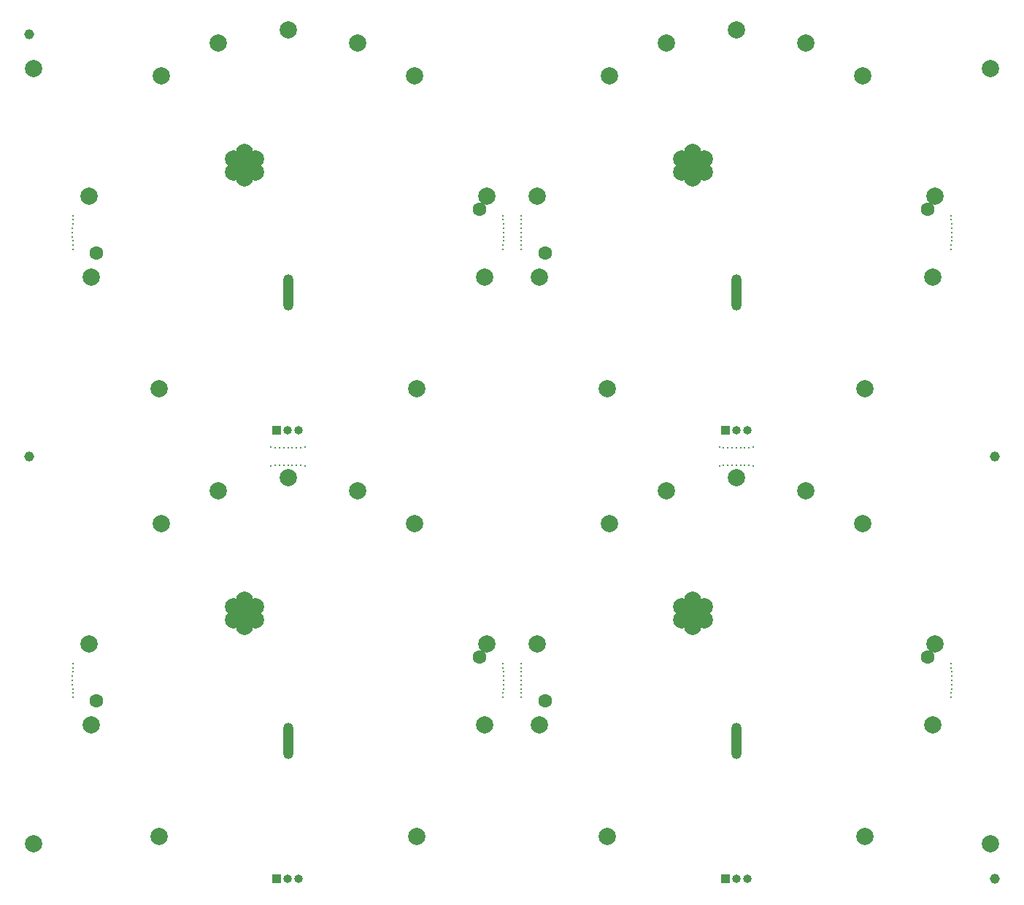
<source format=gbs>
%TF.GenerationSoftware,KiCad,Pcbnew,9.0.0*%
%TF.CreationDate,2025-02-27T10:20:03-06:00*%
%TF.ProjectId,reverse-panel,72657665-7273-4652-9d70-616e656c2e6b,rev?*%
%TF.SameCoordinates,Original*%
%TF.FileFunction,Soldermask,Bot*%
%TF.FilePolarity,Negative*%
%FSLAX46Y46*%
G04 Gerber Fmt 4.6, Leading zero omitted, Abs format (unit mm)*
G04 Created by KiCad (PCBNEW 9.0.0) date 2025-02-27 10:20:03*
%MOMM*%
%LPD*%
G01*
G04 APERTURE LIST*
%ADD10C,2.000000*%
%ADD11C,1.152000*%
%ADD12C,0.300000*%
%ADD13C,1.600000*%
%ADD14R,1.000000X1.000000*%
%ADD15O,1.000000X1.000000*%
%ADD16O,1.200000X4.200000*%
G04 APERTURE END LIST*
D10*
%TO.C,*%
X20500000Y-31000000D03*
%TD*%
%TO.C,*%
X20500000Y-121000000D03*
%TD*%
%TO.C,*%
X131500000Y-121000000D03*
%TD*%
%TO.C,*%
X131500000Y-31000000D03*
%TD*%
D11*
%TO.C,*%
X132000000Y-76000000D03*
%TD*%
%TO.C,*%
X20000000Y-76000000D03*
%TD*%
%TO.C,*%
X132000000Y-125000000D03*
%TD*%
%TO.C,*%
X20000000Y-27000000D03*
%TD*%
D10*
%TO.C,stitch1*%
X78924000Y-97758000D03*
%TD*%
D12*
%TO.C,*%
X77043360Y-51471770D03*
%TD*%
D10*
%TO.C,stitch1*%
X26924000Y-45758000D03*
%TD*%
%TO.C,stitch1*%
X64948000Y-120110000D03*
%TD*%
D12*
%TO.C,*%
X126918129Y-103961100D03*
%TD*%
%TO.C,*%
X74918129Y-51961100D03*
%TD*%
%TO.C,*%
X74995181Y-50490842D03*
%TD*%
D10*
%TO.C,stitch1*%
X41910000Y-27978000D03*
%TD*%
D12*
%TO.C,*%
X49509158Y-74995181D03*
%TD*%
%TO.C,*%
X25043360Y-51471770D03*
%TD*%
%TO.C,*%
X126995181Y-102490842D03*
%TD*%
%TO.C,*%
X100528230Y-77043360D03*
%TD*%
%TO.C,*%
X77043360Y-103471770D03*
%TD*%
%TO.C,*%
X74918129Y-48038901D03*
%TD*%
D10*
%TO.C,stitch1*%
X26924000Y-97758000D03*
%TD*%
D12*
%TO.C,*%
X77024090Y-102981319D03*
%TD*%
%TO.C,*%
X102490842Y-77004819D03*
%TD*%
%TO.C,*%
X74995181Y-49509158D03*
%TD*%
D10*
%TO.C,through-r3*%
X98257038Y-93452000D03*
%TD*%
D13*
%TO.C,align-r1*%
X27800000Y-104400000D03*
%TD*%
D12*
%TO.C,*%
X77004819Y-101509158D03*
%TD*%
%TO.C,*%
X126975911Y-102981293D03*
%TD*%
D14*
%TO.C,J1*%
X48725000Y-73000000D03*
D15*
X49995001Y-73000000D03*
X51265000Y-73000000D03*
%TD*%
D12*
%TO.C,*%
X103471770Y-77043360D03*
%TD*%
%TO.C,*%
X25004819Y-50000000D03*
%TD*%
%TO.C,*%
X77004819Y-50000000D03*
%TD*%
%TO.C,*%
X50490842Y-77004819D03*
%TD*%
D10*
%TO.C,stitch1*%
X27178000Y-55156000D03*
%TD*%
D12*
%TO.C,*%
X51471770Y-77043360D03*
%TD*%
%TO.C,*%
X74956640Y-100528230D03*
%TD*%
%TO.C,*%
X74918129Y-103961100D03*
%TD*%
%TO.C,*%
X51471770Y-74956640D03*
%TD*%
D10*
%TO.C,stitch1*%
X73076000Y-97758000D03*
%TD*%
%TO.C,stitch1*%
X35306000Y-83788000D03*
%TD*%
D12*
%TO.C,*%
X25004819Y-101509158D03*
%TD*%
D10*
%TO.C,through-r5*%
X96958000Y-43702000D03*
%TD*%
D12*
%TO.C,*%
X49509158Y-77004819D03*
%TD*%
D10*
%TO.C,stitch1*%
X41910000Y-79978000D03*
%TD*%
D12*
%TO.C,*%
X74975911Y-50981293D03*
%TD*%
D10*
%TO.C,through-r3*%
X98257038Y-41452000D03*
%TD*%
D13*
%TO.C,align-r2*%
X72200000Y-99300000D03*
%TD*%
D12*
%TO.C,*%
X126995181Y-101509158D03*
%TD*%
%TO.C,*%
X74975910Y-101018694D03*
%TD*%
%TO.C,*%
X126995181Y-49509158D03*
%TD*%
%TO.C,*%
X77043360Y-48528230D03*
%TD*%
%TO.C,*%
X74975910Y-49018694D03*
%TD*%
D10*
%TO.C,stitch1*%
X87052000Y-68110000D03*
%TD*%
%TO.C,through-r1*%
X44958000Y-42202000D03*
%TD*%
%TO.C,through-r7*%
X95658961Y-93452000D03*
%TD*%
D16*
%TO.C,battery-eject1*%
X102000000Y-57000000D03*
%TD*%
D10*
%TO.C,stitch1*%
X72822000Y-107156000D03*
%TD*%
D12*
%TO.C,*%
X50000000Y-74995181D03*
%TD*%
D10*
%TO.C,stitch1*%
X35306000Y-31788000D03*
%TD*%
%TO.C,through-r1*%
X96958000Y-42202000D03*
%TD*%
D12*
%TO.C,*%
X77024090Y-50981319D03*
%TD*%
%TO.C,*%
X51961099Y-77081871D03*
%TD*%
D10*
%TO.C,stitch1*%
X125076000Y-45758000D03*
%TD*%
%TO.C,stitch1*%
X58090000Y-79978000D03*
%TD*%
D13*
%TO.C,align-r1*%
X79800000Y-52400000D03*
%TD*%
D12*
%TO.C,*%
X74956640Y-103471770D03*
%TD*%
D10*
%TO.C,stitch1*%
X124822000Y-107156000D03*
%TD*%
D12*
%TO.C,*%
X126975910Y-101018694D03*
%TD*%
%TO.C,*%
X77081871Y-103961100D03*
%TD*%
%TO.C,*%
X25004819Y-102490842D03*
%TD*%
D10*
%TO.C,stitch1*%
X35052000Y-68110000D03*
%TD*%
D12*
%TO.C,*%
X25081871Y-51961100D03*
%TD*%
D10*
%TO.C,stitch1*%
X87306000Y-31788000D03*
%TD*%
%TO.C,stitch1*%
X64948000Y-68110000D03*
%TD*%
%TO.C,stitch1*%
X73076000Y-45758000D03*
%TD*%
%TO.C,through-r2*%
X44958000Y-92702000D03*
%TD*%
%TO.C,through-r4*%
X98257038Y-94952000D03*
%TD*%
D13*
%TO.C,align-r1*%
X27800000Y-52400000D03*
%TD*%
D12*
%TO.C,*%
X25004819Y-50490842D03*
%TD*%
%TO.C,*%
X48528230Y-77043360D03*
%TD*%
%TO.C,*%
X126918129Y-51961100D03*
%TD*%
%TO.C,*%
X74995181Y-50000000D03*
%TD*%
%TO.C,*%
X48038901Y-74918129D03*
%TD*%
%TO.C,*%
X50000000Y-77004819D03*
%TD*%
D10*
%TO.C,stitch1*%
X110090000Y-27978000D03*
%TD*%
D12*
%TO.C,*%
X126975911Y-50981293D03*
%TD*%
%TO.C,*%
X77081871Y-48038900D03*
%TD*%
%TO.C,*%
X77024090Y-49018681D03*
%TD*%
%TO.C,*%
X101018681Y-77024090D03*
%TD*%
D10*
%TO.C,through-r6*%
X43658961Y-42952000D03*
%TD*%
D12*
%TO.C,*%
X77004819Y-102000000D03*
%TD*%
%TO.C,*%
X51961100Y-74918129D03*
%TD*%
D10*
%TO.C,stitch1*%
X93910000Y-27978000D03*
%TD*%
%TO.C,stitch1*%
X102038000Y-26454000D03*
%TD*%
%TO.C,through-r5*%
X44958000Y-95702000D03*
%TD*%
%TO.C,stitch1*%
X79178000Y-107156000D03*
%TD*%
D12*
%TO.C,*%
X74975911Y-102981293D03*
%TD*%
D13*
%TO.C,align-r1*%
X79800000Y-104400000D03*
%TD*%
D12*
%TO.C,*%
X25081871Y-103961100D03*
%TD*%
D10*
%TO.C,stitch1*%
X50038000Y-78454000D03*
%TD*%
%TO.C,through-r4*%
X46257038Y-42952000D03*
%TD*%
%TO.C,stitch1*%
X35052000Y-120110000D03*
%TD*%
%TO.C,through-r4*%
X46257038Y-94952000D03*
%TD*%
%TO.C,stitch1*%
X27178000Y-107156000D03*
%TD*%
D12*
%TO.C,*%
X77024090Y-101018681D03*
%TD*%
%TO.C,*%
X25043360Y-48528230D03*
%TD*%
D16*
%TO.C,battery-eject1*%
X50000000Y-109000000D03*
%TD*%
D12*
%TO.C,*%
X25043360Y-103471770D03*
%TD*%
D10*
%TO.C,through-r7*%
X95658961Y-41452000D03*
%TD*%
D12*
%TO.C,*%
X25024090Y-102981319D03*
%TD*%
D10*
%TO.C,stitch1*%
X116694000Y-83788000D03*
%TD*%
D13*
%TO.C,align-r2*%
X124200000Y-99300000D03*
%TD*%
D12*
%TO.C,*%
X77081871Y-100038900D03*
%TD*%
%TO.C,*%
X25004819Y-102000000D03*
%TD*%
%TO.C,*%
X50981319Y-77024090D03*
%TD*%
D13*
%TO.C,align-r2*%
X72200000Y-47300000D03*
%TD*%
D12*
%TO.C,*%
X50981293Y-74975911D03*
%TD*%
%TO.C,*%
X25043360Y-100528230D03*
%TD*%
D10*
%TO.C,through-r5*%
X96958000Y-95702000D03*
%TD*%
%TO.C,stitch1*%
X124822000Y-55156000D03*
%TD*%
%TO.C,through-r6*%
X95658961Y-42952000D03*
%TD*%
D12*
%TO.C,*%
X74995181Y-102490842D03*
%TD*%
%TO.C,*%
X25024090Y-101018681D03*
%TD*%
%TO.C,*%
X100038901Y-77081871D03*
%TD*%
%TO.C,*%
X126918129Y-48038901D03*
%TD*%
%TO.C,*%
X50490842Y-74995181D03*
%TD*%
D10*
%TO.C,through-r2*%
X44958000Y-40702000D03*
%TD*%
D12*
%TO.C,*%
X102981319Y-77024090D03*
%TD*%
D10*
%TO.C,through-r4*%
X98257038Y-42952000D03*
%TD*%
%TO.C,stitch1*%
X125076000Y-97758000D03*
%TD*%
D12*
%TO.C,*%
X102981293Y-74975911D03*
%TD*%
%TO.C,*%
X77004819Y-102490842D03*
%TD*%
%TO.C,*%
X126995181Y-50000000D03*
%TD*%
%TO.C,*%
X77004819Y-49509158D03*
%TD*%
%TO.C,*%
X100528230Y-74956640D03*
%TD*%
%TO.C,*%
X126956640Y-51471770D03*
%TD*%
D10*
%TO.C,through-r7*%
X43658961Y-41452000D03*
%TD*%
%TO.C,through-r3*%
X46257038Y-41452000D03*
%TD*%
%TO.C,stitch1*%
X79178000Y-55156000D03*
%TD*%
D12*
%TO.C,*%
X25081871Y-48038900D03*
%TD*%
D10*
%TO.C,stitch1*%
X93910000Y-79978000D03*
%TD*%
D14*
%TO.C,J1*%
X100725000Y-73000000D03*
D15*
X101995001Y-73000000D03*
X103265000Y-73000000D03*
%TD*%
D10*
%TO.C,through-r7*%
X43658961Y-93452000D03*
%TD*%
%TO.C,stitch1*%
X110090000Y-79978000D03*
%TD*%
%TO.C,through-r6*%
X43658961Y-94952000D03*
%TD*%
%TO.C,stitch1*%
X78924000Y-45758000D03*
%TD*%
D12*
%TO.C,*%
X48038901Y-77081871D03*
%TD*%
D10*
%TO.C,through-r2*%
X96958000Y-92702000D03*
%TD*%
D12*
%TO.C,*%
X126956640Y-48528230D03*
%TD*%
D10*
%TO.C,through-r5*%
X44958000Y-43702000D03*
%TD*%
D12*
%TO.C,*%
X74956640Y-51471770D03*
%TD*%
D14*
%TO.C,J1*%
X48725000Y-125000000D03*
D15*
X49995001Y-125000000D03*
X51265000Y-125000000D03*
%TD*%
D10*
%TO.C,stitch1*%
X102038000Y-78454000D03*
%TD*%
D12*
%TO.C,*%
X103961099Y-77081871D03*
%TD*%
%TO.C,*%
X126956640Y-103471770D03*
%TD*%
D10*
%TO.C,stitch1*%
X116694000Y-31788000D03*
%TD*%
D16*
%TO.C,battery-eject1*%
X102000000Y-109000000D03*
%TD*%
%TO.C,battery-eject1*%
X50000000Y-57000000D03*
%TD*%
D12*
%TO.C,*%
X74995181Y-102000000D03*
%TD*%
D10*
%TO.C,stitch1*%
X87052000Y-120110000D03*
%TD*%
D12*
%TO.C,*%
X102490842Y-74995181D03*
%TD*%
D14*
%TO.C,J1*%
X100725000Y-125000000D03*
D15*
X101995001Y-125000000D03*
X103265000Y-125000000D03*
%TD*%
D12*
%TO.C,*%
X74918129Y-100038901D03*
%TD*%
%TO.C,*%
X25004819Y-49509158D03*
%TD*%
%TO.C,*%
X101018694Y-74975911D03*
%TD*%
D10*
%TO.C,stitch1*%
X64694000Y-31788000D03*
%TD*%
%TO.C,stitch1*%
X116948000Y-68110000D03*
%TD*%
D12*
%TO.C,*%
X100038901Y-74918129D03*
%TD*%
%TO.C,*%
X102000000Y-77004819D03*
%TD*%
D10*
%TO.C,through-r2*%
X96958000Y-40702000D03*
%TD*%
D12*
%TO.C,*%
X48528230Y-74956640D03*
%TD*%
%TO.C,*%
X103471770Y-74956640D03*
%TD*%
D10*
%TO.C,stitch1*%
X87306000Y-83788000D03*
%TD*%
D12*
%TO.C,*%
X101509158Y-74995181D03*
%TD*%
D10*
%TO.C,through-r1*%
X96958000Y-94202000D03*
%TD*%
D12*
%TO.C,*%
X102000000Y-74995181D03*
%TD*%
%TO.C,*%
X77043360Y-100528230D03*
%TD*%
%TO.C,*%
X101509158Y-77004819D03*
%TD*%
%TO.C,*%
X126995181Y-102000000D03*
%TD*%
D10*
%TO.C,stitch1*%
X64694000Y-83788000D03*
%TD*%
D12*
%TO.C,*%
X49018694Y-74975911D03*
%TD*%
%TO.C,*%
X74995181Y-101509158D03*
%TD*%
%TO.C,*%
X103961100Y-74918129D03*
%TD*%
%TO.C,*%
X74956640Y-48528230D03*
%TD*%
%TO.C,*%
X126995181Y-50490842D03*
%TD*%
%TO.C,*%
X126918129Y-100038901D03*
%TD*%
D13*
%TO.C,align-r2*%
X124200000Y-47300000D03*
%TD*%
D12*
%TO.C,*%
X25024090Y-49018681D03*
%TD*%
%TO.C,*%
X77004819Y-50490842D03*
%TD*%
D10*
%TO.C,through-r1*%
X44958000Y-94202000D03*
%TD*%
%TO.C,through-r6*%
X95658961Y-94952000D03*
%TD*%
%TO.C,stitch1*%
X72822000Y-55156000D03*
%TD*%
D12*
%TO.C,*%
X25081871Y-100038900D03*
%TD*%
D10*
%TO.C,stitch1*%
X58090000Y-27978000D03*
%TD*%
%TO.C,through-r3*%
X46257038Y-93452000D03*
%TD*%
%TO.C,stitch1*%
X50038000Y-26454000D03*
%TD*%
D12*
%TO.C,*%
X126956640Y-100528230D03*
%TD*%
%TO.C,*%
X25024090Y-50981319D03*
%TD*%
%TO.C,*%
X49018681Y-77024090D03*
%TD*%
%TO.C,*%
X126975910Y-49018694D03*
%TD*%
%TO.C,*%
X77081871Y-51961100D03*
%TD*%
D10*
%TO.C,stitch1*%
X116948000Y-120110000D03*
%TD*%
M02*

</source>
